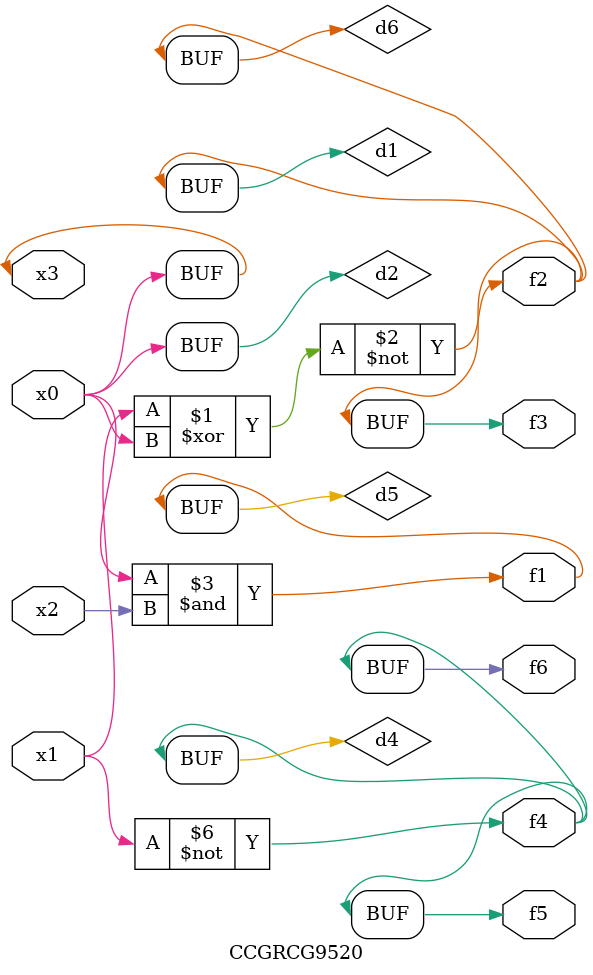
<source format=v>
module CCGRCG9520(
	input x0, x1, x2, x3,
	output f1, f2, f3, f4, f5, f6
);

	wire d1, d2, d3, d4, d5, d6;

	xnor (d1, x1, x3);
	buf (d2, x0, x3);
	nand (d3, x0, x2);
	not (d4, x1);
	nand (d5, d3);
	or (d6, d1);
	assign f1 = d5;
	assign f2 = d6;
	assign f3 = d6;
	assign f4 = d4;
	assign f5 = d4;
	assign f6 = d4;
endmodule

</source>
